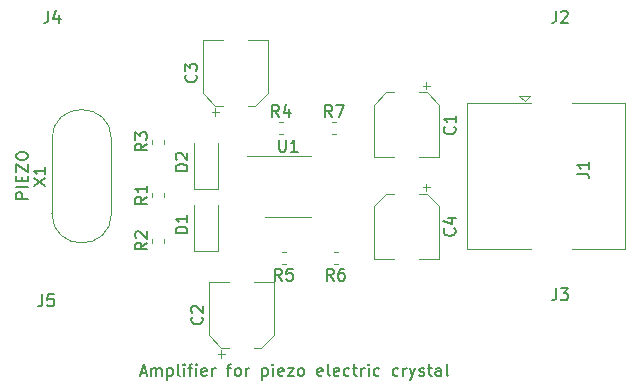
<source format=gbr>
%TF.GenerationSoftware,KiCad,Pcbnew,5.1.6-c6e7f7d~87~ubuntu20.04.1*%
%TF.CreationDate,2020-07-28T11:23:38+02:00*%
%TF.ProjectId,piezo,7069657a-6f2e-46b6-9963-61645f706362,rev?*%
%TF.SameCoordinates,Original*%
%TF.FileFunction,Legend,Top*%
%TF.FilePolarity,Positive*%
%FSLAX46Y46*%
G04 Gerber Fmt 4.6, Leading zero omitted, Abs format (unit mm)*
G04 Created by KiCad (PCBNEW 5.1.6-c6e7f7d~87~ubuntu20.04.1) date 2020-07-28 11:23:38*
%MOMM*%
%LPD*%
G01*
G04 APERTURE LIST*
%ADD10C,0.150000*%
%ADD11C,0.120000*%
G04 APERTURE END LIST*
D10*
X110000000Y-148666666D02*
X110476190Y-148666666D01*
X109904761Y-148952380D02*
X110238095Y-147952380D01*
X110571428Y-148952380D01*
X110904761Y-148952380D02*
X110904761Y-148285714D01*
X110904761Y-148380952D02*
X110952380Y-148333333D01*
X111047619Y-148285714D01*
X111190476Y-148285714D01*
X111285714Y-148333333D01*
X111333333Y-148428571D01*
X111333333Y-148952380D01*
X111333333Y-148428571D02*
X111380952Y-148333333D01*
X111476190Y-148285714D01*
X111619047Y-148285714D01*
X111714285Y-148333333D01*
X111761904Y-148428571D01*
X111761904Y-148952380D01*
X112238095Y-148285714D02*
X112238095Y-149285714D01*
X112238095Y-148333333D02*
X112333333Y-148285714D01*
X112523809Y-148285714D01*
X112619047Y-148333333D01*
X112666666Y-148380952D01*
X112714285Y-148476190D01*
X112714285Y-148761904D01*
X112666666Y-148857142D01*
X112619047Y-148904761D01*
X112523809Y-148952380D01*
X112333333Y-148952380D01*
X112238095Y-148904761D01*
X113285714Y-148952380D02*
X113190476Y-148904761D01*
X113142857Y-148809523D01*
X113142857Y-147952380D01*
X113666666Y-148952380D02*
X113666666Y-148285714D01*
X113666666Y-147952380D02*
X113619047Y-148000000D01*
X113666666Y-148047619D01*
X113714285Y-148000000D01*
X113666666Y-147952380D01*
X113666666Y-148047619D01*
X114000000Y-148285714D02*
X114380952Y-148285714D01*
X114142857Y-148952380D02*
X114142857Y-148095238D01*
X114190476Y-148000000D01*
X114285714Y-147952380D01*
X114380952Y-147952380D01*
X114714285Y-148952380D02*
X114714285Y-148285714D01*
X114714285Y-147952380D02*
X114666666Y-148000000D01*
X114714285Y-148047619D01*
X114761904Y-148000000D01*
X114714285Y-147952380D01*
X114714285Y-148047619D01*
X115571428Y-148904761D02*
X115476190Y-148952380D01*
X115285714Y-148952380D01*
X115190476Y-148904761D01*
X115142857Y-148809523D01*
X115142857Y-148428571D01*
X115190476Y-148333333D01*
X115285714Y-148285714D01*
X115476190Y-148285714D01*
X115571428Y-148333333D01*
X115619047Y-148428571D01*
X115619047Y-148523809D01*
X115142857Y-148619047D01*
X116047619Y-148952380D02*
X116047619Y-148285714D01*
X116047619Y-148476190D02*
X116095238Y-148380952D01*
X116142857Y-148333333D01*
X116238095Y-148285714D01*
X116333333Y-148285714D01*
X117285714Y-148285714D02*
X117666666Y-148285714D01*
X117428571Y-148952380D02*
X117428571Y-148095238D01*
X117476190Y-148000000D01*
X117571428Y-147952380D01*
X117666666Y-147952380D01*
X118142857Y-148952380D02*
X118047619Y-148904761D01*
X118000000Y-148857142D01*
X117952380Y-148761904D01*
X117952380Y-148476190D01*
X118000000Y-148380952D01*
X118047619Y-148333333D01*
X118142857Y-148285714D01*
X118285714Y-148285714D01*
X118380952Y-148333333D01*
X118428571Y-148380952D01*
X118476190Y-148476190D01*
X118476190Y-148761904D01*
X118428571Y-148857142D01*
X118380952Y-148904761D01*
X118285714Y-148952380D01*
X118142857Y-148952380D01*
X118904761Y-148952380D02*
X118904761Y-148285714D01*
X118904761Y-148476190D02*
X118952380Y-148380952D01*
X119000000Y-148333333D01*
X119095238Y-148285714D01*
X119190476Y-148285714D01*
X120285714Y-148285714D02*
X120285714Y-149285714D01*
X120285714Y-148333333D02*
X120380952Y-148285714D01*
X120571428Y-148285714D01*
X120666666Y-148333333D01*
X120714285Y-148380952D01*
X120761904Y-148476190D01*
X120761904Y-148761904D01*
X120714285Y-148857142D01*
X120666666Y-148904761D01*
X120571428Y-148952380D01*
X120380952Y-148952380D01*
X120285714Y-148904761D01*
X121190476Y-148952380D02*
X121190476Y-148285714D01*
X121190476Y-147952380D02*
X121142857Y-148000000D01*
X121190476Y-148047619D01*
X121238095Y-148000000D01*
X121190476Y-147952380D01*
X121190476Y-148047619D01*
X122047619Y-148904761D02*
X121952380Y-148952380D01*
X121761904Y-148952380D01*
X121666666Y-148904761D01*
X121619047Y-148809523D01*
X121619047Y-148428571D01*
X121666666Y-148333333D01*
X121761904Y-148285714D01*
X121952380Y-148285714D01*
X122047619Y-148333333D01*
X122095238Y-148428571D01*
X122095238Y-148523809D01*
X121619047Y-148619047D01*
X122428571Y-148285714D02*
X122952380Y-148285714D01*
X122428571Y-148952380D01*
X122952380Y-148952380D01*
X123476190Y-148952380D02*
X123380952Y-148904761D01*
X123333333Y-148857142D01*
X123285714Y-148761904D01*
X123285714Y-148476190D01*
X123333333Y-148380952D01*
X123380952Y-148333333D01*
X123476190Y-148285714D01*
X123619047Y-148285714D01*
X123714285Y-148333333D01*
X123761904Y-148380952D01*
X123809523Y-148476190D01*
X123809523Y-148761904D01*
X123761904Y-148857142D01*
X123714285Y-148904761D01*
X123619047Y-148952380D01*
X123476190Y-148952380D01*
X125380952Y-148904761D02*
X125285714Y-148952380D01*
X125095238Y-148952380D01*
X125000000Y-148904761D01*
X124952380Y-148809523D01*
X124952380Y-148428571D01*
X125000000Y-148333333D01*
X125095238Y-148285714D01*
X125285714Y-148285714D01*
X125380952Y-148333333D01*
X125428571Y-148428571D01*
X125428571Y-148523809D01*
X124952380Y-148619047D01*
X126000000Y-148952380D02*
X125904761Y-148904761D01*
X125857142Y-148809523D01*
X125857142Y-147952380D01*
X126761904Y-148904761D02*
X126666666Y-148952380D01*
X126476190Y-148952380D01*
X126380952Y-148904761D01*
X126333333Y-148809523D01*
X126333333Y-148428571D01*
X126380952Y-148333333D01*
X126476190Y-148285714D01*
X126666666Y-148285714D01*
X126761904Y-148333333D01*
X126809523Y-148428571D01*
X126809523Y-148523809D01*
X126333333Y-148619047D01*
X127666666Y-148904761D02*
X127571428Y-148952380D01*
X127380952Y-148952380D01*
X127285714Y-148904761D01*
X127238095Y-148857142D01*
X127190476Y-148761904D01*
X127190476Y-148476190D01*
X127238095Y-148380952D01*
X127285714Y-148333333D01*
X127380952Y-148285714D01*
X127571428Y-148285714D01*
X127666666Y-148333333D01*
X127952380Y-148285714D02*
X128333333Y-148285714D01*
X128095238Y-147952380D02*
X128095238Y-148809523D01*
X128142857Y-148904761D01*
X128238095Y-148952380D01*
X128333333Y-148952380D01*
X128666666Y-148952380D02*
X128666666Y-148285714D01*
X128666666Y-148476190D02*
X128714285Y-148380952D01*
X128761904Y-148333333D01*
X128857142Y-148285714D01*
X128952380Y-148285714D01*
X129285714Y-148952380D02*
X129285714Y-148285714D01*
X129285714Y-147952380D02*
X129238095Y-148000000D01*
X129285714Y-148047619D01*
X129333333Y-148000000D01*
X129285714Y-147952380D01*
X129285714Y-148047619D01*
X130190476Y-148904761D02*
X130095238Y-148952380D01*
X129904761Y-148952380D01*
X129809523Y-148904761D01*
X129761904Y-148857142D01*
X129714285Y-148761904D01*
X129714285Y-148476190D01*
X129761904Y-148380952D01*
X129809523Y-148333333D01*
X129904761Y-148285714D01*
X130095238Y-148285714D01*
X130190476Y-148333333D01*
X131809523Y-148904761D02*
X131714285Y-148952380D01*
X131523809Y-148952380D01*
X131428571Y-148904761D01*
X131380952Y-148857142D01*
X131333333Y-148761904D01*
X131333333Y-148476190D01*
X131380952Y-148380952D01*
X131428571Y-148333333D01*
X131523809Y-148285714D01*
X131714285Y-148285714D01*
X131809523Y-148333333D01*
X132238095Y-148952380D02*
X132238095Y-148285714D01*
X132238095Y-148476190D02*
X132285714Y-148380952D01*
X132333333Y-148333333D01*
X132428571Y-148285714D01*
X132523809Y-148285714D01*
X132761904Y-148285714D02*
X133000000Y-148952380D01*
X133238095Y-148285714D02*
X133000000Y-148952380D01*
X132904761Y-149190476D01*
X132857142Y-149238095D01*
X132761904Y-149285714D01*
X133571428Y-148904761D02*
X133666666Y-148952380D01*
X133857142Y-148952380D01*
X133952380Y-148904761D01*
X134000000Y-148809523D01*
X134000000Y-148761904D01*
X133952380Y-148666666D01*
X133857142Y-148619047D01*
X133714285Y-148619047D01*
X133619047Y-148571428D01*
X133571428Y-148476190D01*
X133571428Y-148428571D01*
X133619047Y-148333333D01*
X133714285Y-148285714D01*
X133857142Y-148285714D01*
X133952380Y-148333333D01*
X134285714Y-148285714D02*
X134666666Y-148285714D01*
X134428571Y-147952380D02*
X134428571Y-148809523D01*
X134476190Y-148904761D01*
X134571428Y-148952380D01*
X134666666Y-148952380D01*
X135428571Y-148952380D02*
X135428571Y-148428571D01*
X135380952Y-148333333D01*
X135285714Y-148285714D01*
X135095238Y-148285714D01*
X135000000Y-148333333D01*
X135428571Y-148904761D02*
X135333333Y-148952380D01*
X135095238Y-148952380D01*
X135000000Y-148904761D01*
X134952380Y-148809523D01*
X134952380Y-148714285D01*
X135000000Y-148619047D01*
X135095238Y-148571428D01*
X135333333Y-148571428D01*
X135428571Y-148523809D01*
X136047619Y-148952380D02*
X135952380Y-148904761D01*
X135904761Y-148809523D01*
X135904761Y-147952380D01*
X100452380Y-133952380D02*
X99452380Y-133952380D01*
X99452380Y-133571428D01*
X99500000Y-133476190D01*
X99547619Y-133428571D01*
X99642857Y-133380952D01*
X99785714Y-133380952D01*
X99880952Y-133428571D01*
X99928571Y-133476190D01*
X99976190Y-133571428D01*
X99976190Y-133952380D01*
X100452380Y-132952380D02*
X99452380Y-132952380D01*
X99928571Y-132476190D02*
X99928571Y-132142857D01*
X100452380Y-132000000D02*
X100452380Y-132476190D01*
X99452380Y-132476190D01*
X99452380Y-132000000D01*
X99452380Y-131666666D02*
X99452380Y-131000000D01*
X100452380Y-131666666D01*
X100452380Y-131000000D01*
X99452380Y-130428571D02*
X99452380Y-130238095D01*
X99500000Y-130142857D01*
X99595238Y-130047619D01*
X99785714Y-130000000D01*
X100119047Y-130000000D01*
X100309523Y-130047619D01*
X100404761Y-130142857D01*
X100452380Y-130238095D01*
X100452380Y-130428571D01*
X100404761Y-130523809D01*
X100309523Y-130619047D01*
X100119047Y-130666666D01*
X99785714Y-130666666D01*
X99595238Y-130619047D01*
X99500000Y-130523809D01*
X99452380Y-130428571D01*
D11*
%TO.C,C1*%
X134497500Y-124387500D02*
X133872500Y-124387500D01*
X134185000Y-124075000D02*
X134185000Y-124700000D01*
X130804437Y-124940000D02*
X129740000Y-126004437D01*
X134195563Y-124940000D02*
X135260000Y-126004437D01*
X134195563Y-124940000D02*
X133560000Y-124940000D01*
X130804437Y-124940000D02*
X131440000Y-124940000D01*
X129740000Y-126004437D02*
X129740000Y-130460000D01*
X135260000Y-126004437D02*
X135260000Y-130460000D01*
X135260000Y-130460000D02*
X133560000Y-130460000D01*
X129740000Y-130460000D02*
X131440000Y-130460000D01*
%TO.C,C2*%
X116502500Y-147112500D02*
X117127500Y-147112500D01*
X116815000Y-147425000D02*
X116815000Y-146800000D01*
X120195563Y-146560000D02*
X121260000Y-145495563D01*
X116804437Y-146560000D02*
X115740000Y-145495563D01*
X116804437Y-146560000D02*
X117440000Y-146560000D01*
X120195563Y-146560000D02*
X119560000Y-146560000D01*
X121260000Y-145495563D02*
X121260000Y-141040000D01*
X115740000Y-145495563D02*
X115740000Y-141040000D01*
X115740000Y-141040000D02*
X117440000Y-141040000D01*
X121260000Y-141040000D02*
X119560000Y-141040000D01*
%TO.C,C3*%
X120760000Y-120540000D02*
X119060000Y-120540000D01*
X115240000Y-120540000D02*
X116940000Y-120540000D01*
X115240000Y-124995563D02*
X115240000Y-120540000D01*
X120760000Y-124995563D02*
X120760000Y-120540000D01*
X119695563Y-126060000D02*
X119060000Y-126060000D01*
X116304437Y-126060000D02*
X116940000Y-126060000D01*
X116304437Y-126060000D02*
X115240000Y-124995563D01*
X119695563Y-126060000D02*
X120760000Y-124995563D01*
X116315000Y-126925000D02*
X116315000Y-126300000D01*
X116002500Y-126612500D02*
X116627500Y-126612500D01*
%TO.C,C4*%
X129740000Y-139060000D02*
X131440000Y-139060000D01*
X135260000Y-139060000D02*
X133560000Y-139060000D01*
X135260000Y-134604437D02*
X135260000Y-139060000D01*
X129740000Y-134604437D02*
X129740000Y-139060000D01*
X130804437Y-133540000D02*
X131440000Y-133540000D01*
X134195563Y-133540000D02*
X133560000Y-133540000D01*
X134195563Y-133540000D02*
X135260000Y-134604437D01*
X130804437Y-133540000D02*
X129740000Y-134604437D01*
X134185000Y-132675000D02*
X134185000Y-133300000D01*
X134497500Y-132987500D02*
X133872500Y-132987500D01*
%TO.C,U1*%
X122475000Y-135465000D02*
X124425000Y-135465000D01*
X122475000Y-135465000D02*
X120525000Y-135465000D01*
X122475000Y-130345000D02*
X124425000Y-130345000D01*
X122475000Y-130345000D02*
X119025000Y-130345000D01*
%TO.C,X1*%
X102475000Y-135175000D02*
X102475000Y-128925000D01*
X107525000Y-135175000D02*
X107525000Y-128925000D01*
X107525000Y-135175000D02*
G75*
G02*
X102475000Y-135175000I-2525000J0D01*
G01*
X107525000Y-128925000D02*
G75*
G03*
X102475000Y-128925000I-2525000J0D01*
G01*
%TO.C,R4*%
X121703733Y-128510000D02*
X122046267Y-128510000D01*
X121703733Y-127490000D02*
X122046267Y-127490000D01*
%TO.C,R1*%
X110990000Y-133796267D02*
X110990000Y-133453733D01*
X112010000Y-133796267D02*
X112010000Y-133453733D01*
%TO.C,R2*%
X110990000Y-137671267D02*
X110990000Y-137328733D01*
X112010000Y-137671267D02*
X112010000Y-137328733D01*
%TO.C,R3*%
X112010000Y-129296267D02*
X112010000Y-128953733D01*
X110990000Y-129296267D02*
X110990000Y-128953733D01*
%TO.C,R5*%
X122296267Y-139510000D02*
X121953733Y-139510000D01*
X122296267Y-138490000D02*
X121953733Y-138490000D01*
%TO.C,R6*%
X126671267Y-138490000D02*
X126328733Y-138490000D01*
X126671267Y-139510000D02*
X126328733Y-139510000D01*
%TO.C,R7*%
X126203733Y-127490000D02*
X126546267Y-127490000D01*
X126203733Y-128510000D02*
X126546267Y-128510000D01*
%TO.C,J1*%
X142000000Y-125220000D02*
X143000000Y-125220000D01*
X142500000Y-125720000D02*
X142000000Y-125220000D01*
X143000000Y-125220000D02*
X142500000Y-125720000D01*
X143070000Y-138230000D02*
X137600000Y-138230000D01*
X151000000Y-138230000D02*
X146530000Y-138230000D01*
X151000000Y-125830000D02*
X151000000Y-138230000D01*
X151000000Y-125830000D02*
X146530000Y-125830000D01*
X137600000Y-125830000D02*
X143070000Y-125830000D01*
X137600000Y-138230000D02*
X137600000Y-125830000D01*
%TO.C,D1*%
X114500000Y-138400000D02*
X114500000Y-134500000D01*
X116500000Y-138400000D02*
X116500000Y-134500000D01*
X114500000Y-138400000D02*
X116500000Y-138400000D01*
%TO.C,D2*%
X114500000Y-133100000D02*
X116500000Y-133100000D01*
X116500000Y-133100000D02*
X116500000Y-129200000D01*
X114500000Y-133100000D02*
X114500000Y-129200000D01*
%TO.C,C1*%
D10*
X136557142Y-127866666D02*
X136604761Y-127914285D01*
X136652380Y-128057142D01*
X136652380Y-128152380D01*
X136604761Y-128295238D01*
X136509523Y-128390476D01*
X136414285Y-128438095D01*
X136223809Y-128485714D01*
X136080952Y-128485714D01*
X135890476Y-128438095D01*
X135795238Y-128390476D01*
X135700000Y-128295238D01*
X135652380Y-128152380D01*
X135652380Y-128057142D01*
X135700000Y-127914285D01*
X135747619Y-127866666D01*
X136652380Y-126914285D02*
X136652380Y-127485714D01*
X136652380Y-127200000D02*
X135652380Y-127200000D01*
X135795238Y-127295238D01*
X135890476Y-127390476D01*
X135938095Y-127485714D01*
%TO.C,C2*%
X115157142Y-143966666D02*
X115204761Y-144014285D01*
X115252380Y-144157142D01*
X115252380Y-144252380D01*
X115204761Y-144395238D01*
X115109523Y-144490476D01*
X115014285Y-144538095D01*
X114823809Y-144585714D01*
X114680952Y-144585714D01*
X114490476Y-144538095D01*
X114395238Y-144490476D01*
X114300000Y-144395238D01*
X114252380Y-144252380D01*
X114252380Y-144157142D01*
X114300000Y-144014285D01*
X114347619Y-143966666D01*
X114347619Y-143585714D02*
X114300000Y-143538095D01*
X114252380Y-143442857D01*
X114252380Y-143204761D01*
X114300000Y-143109523D01*
X114347619Y-143061904D01*
X114442857Y-143014285D01*
X114538095Y-143014285D01*
X114680952Y-143061904D01*
X115252380Y-143633333D01*
X115252380Y-143014285D01*
%TO.C,C3*%
X114657142Y-123466666D02*
X114704761Y-123514285D01*
X114752380Y-123657142D01*
X114752380Y-123752380D01*
X114704761Y-123895238D01*
X114609523Y-123990476D01*
X114514285Y-124038095D01*
X114323809Y-124085714D01*
X114180952Y-124085714D01*
X113990476Y-124038095D01*
X113895238Y-123990476D01*
X113800000Y-123895238D01*
X113752380Y-123752380D01*
X113752380Y-123657142D01*
X113800000Y-123514285D01*
X113847619Y-123466666D01*
X113752380Y-123133333D02*
X113752380Y-122514285D01*
X114133333Y-122847619D01*
X114133333Y-122704761D01*
X114180952Y-122609523D01*
X114228571Y-122561904D01*
X114323809Y-122514285D01*
X114561904Y-122514285D01*
X114657142Y-122561904D01*
X114704761Y-122609523D01*
X114752380Y-122704761D01*
X114752380Y-122990476D01*
X114704761Y-123085714D01*
X114657142Y-123133333D01*
%TO.C,C4*%
X136557142Y-136466666D02*
X136604761Y-136514285D01*
X136652380Y-136657142D01*
X136652380Y-136752380D01*
X136604761Y-136895238D01*
X136509523Y-136990476D01*
X136414285Y-137038095D01*
X136223809Y-137085714D01*
X136080952Y-137085714D01*
X135890476Y-137038095D01*
X135795238Y-136990476D01*
X135700000Y-136895238D01*
X135652380Y-136752380D01*
X135652380Y-136657142D01*
X135700000Y-136514285D01*
X135747619Y-136466666D01*
X135985714Y-135609523D02*
X136652380Y-135609523D01*
X135604761Y-135847619D02*
X136319047Y-136085714D01*
X136319047Y-135466666D01*
%TO.C,U1*%
X121713095Y-128957380D02*
X121713095Y-129766904D01*
X121760714Y-129862142D01*
X121808333Y-129909761D01*
X121903571Y-129957380D01*
X122094047Y-129957380D01*
X122189285Y-129909761D01*
X122236904Y-129862142D01*
X122284523Y-129766904D01*
X122284523Y-128957380D01*
X123284523Y-129957380D02*
X122713095Y-129957380D01*
X122998809Y-129957380D02*
X122998809Y-128957380D01*
X122903571Y-129100238D01*
X122808333Y-129195476D01*
X122713095Y-129243095D01*
%TO.C,X1*%
X100927380Y-132859523D02*
X101927380Y-132192857D01*
X100927380Y-132192857D02*
X101927380Y-132859523D01*
X101927380Y-131288095D02*
X101927380Y-131859523D01*
X101927380Y-131573809D02*
X100927380Y-131573809D01*
X101070238Y-131669047D01*
X101165476Y-131764285D01*
X101213095Y-131859523D01*
%TO.C,R4*%
X121708333Y-127022380D02*
X121375000Y-126546190D01*
X121136904Y-127022380D02*
X121136904Y-126022380D01*
X121517857Y-126022380D01*
X121613095Y-126070000D01*
X121660714Y-126117619D01*
X121708333Y-126212857D01*
X121708333Y-126355714D01*
X121660714Y-126450952D01*
X121613095Y-126498571D01*
X121517857Y-126546190D01*
X121136904Y-126546190D01*
X122565476Y-126355714D02*
X122565476Y-127022380D01*
X122327380Y-125974761D02*
X122089285Y-126689047D01*
X122708333Y-126689047D01*
%TO.C,R1*%
X110522380Y-133791666D02*
X110046190Y-134125000D01*
X110522380Y-134363095D02*
X109522380Y-134363095D01*
X109522380Y-133982142D01*
X109570000Y-133886904D01*
X109617619Y-133839285D01*
X109712857Y-133791666D01*
X109855714Y-133791666D01*
X109950952Y-133839285D01*
X109998571Y-133886904D01*
X110046190Y-133982142D01*
X110046190Y-134363095D01*
X110522380Y-132839285D02*
X110522380Y-133410714D01*
X110522380Y-133125000D02*
X109522380Y-133125000D01*
X109665238Y-133220238D01*
X109760476Y-133315476D01*
X109808095Y-133410714D01*
%TO.C,R2*%
X110522380Y-137666666D02*
X110046190Y-138000000D01*
X110522380Y-138238095D02*
X109522380Y-138238095D01*
X109522380Y-137857142D01*
X109570000Y-137761904D01*
X109617619Y-137714285D01*
X109712857Y-137666666D01*
X109855714Y-137666666D01*
X109950952Y-137714285D01*
X109998571Y-137761904D01*
X110046190Y-137857142D01*
X110046190Y-138238095D01*
X109617619Y-137285714D02*
X109570000Y-137238095D01*
X109522380Y-137142857D01*
X109522380Y-136904761D01*
X109570000Y-136809523D01*
X109617619Y-136761904D01*
X109712857Y-136714285D01*
X109808095Y-136714285D01*
X109950952Y-136761904D01*
X110522380Y-137333333D01*
X110522380Y-136714285D01*
%TO.C,R3*%
X110522380Y-129291666D02*
X110046190Y-129625000D01*
X110522380Y-129863095D02*
X109522380Y-129863095D01*
X109522380Y-129482142D01*
X109570000Y-129386904D01*
X109617619Y-129339285D01*
X109712857Y-129291666D01*
X109855714Y-129291666D01*
X109950952Y-129339285D01*
X109998571Y-129386904D01*
X110046190Y-129482142D01*
X110046190Y-129863095D01*
X109522380Y-128958333D02*
X109522380Y-128339285D01*
X109903333Y-128672619D01*
X109903333Y-128529761D01*
X109950952Y-128434523D01*
X109998571Y-128386904D01*
X110093809Y-128339285D01*
X110331904Y-128339285D01*
X110427142Y-128386904D01*
X110474761Y-128434523D01*
X110522380Y-128529761D01*
X110522380Y-128815476D01*
X110474761Y-128910714D01*
X110427142Y-128958333D01*
%TO.C,R5*%
X121958333Y-140882380D02*
X121625000Y-140406190D01*
X121386904Y-140882380D02*
X121386904Y-139882380D01*
X121767857Y-139882380D01*
X121863095Y-139930000D01*
X121910714Y-139977619D01*
X121958333Y-140072857D01*
X121958333Y-140215714D01*
X121910714Y-140310952D01*
X121863095Y-140358571D01*
X121767857Y-140406190D01*
X121386904Y-140406190D01*
X122863095Y-139882380D02*
X122386904Y-139882380D01*
X122339285Y-140358571D01*
X122386904Y-140310952D01*
X122482142Y-140263333D01*
X122720238Y-140263333D01*
X122815476Y-140310952D01*
X122863095Y-140358571D01*
X122910714Y-140453809D01*
X122910714Y-140691904D01*
X122863095Y-140787142D01*
X122815476Y-140834761D01*
X122720238Y-140882380D01*
X122482142Y-140882380D01*
X122386904Y-140834761D01*
X122339285Y-140787142D01*
%TO.C,R6*%
X126333333Y-140882380D02*
X126000000Y-140406190D01*
X125761904Y-140882380D02*
X125761904Y-139882380D01*
X126142857Y-139882380D01*
X126238095Y-139930000D01*
X126285714Y-139977619D01*
X126333333Y-140072857D01*
X126333333Y-140215714D01*
X126285714Y-140310952D01*
X126238095Y-140358571D01*
X126142857Y-140406190D01*
X125761904Y-140406190D01*
X127190476Y-139882380D02*
X127000000Y-139882380D01*
X126904761Y-139930000D01*
X126857142Y-139977619D01*
X126761904Y-140120476D01*
X126714285Y-140310952D01*
X126714285Y-140691904D01*
X126761904Y-140787142D01*
X126809523Y-140834761D01*
X126904761Y-140882380D01*
X127095238Y-140882380D01*
X127190476Y-140834761D01*
X127238095Y-140787142D01*
X127285714Y-140691904D01*
X127285714Y-140453809D01*
X127238095Y-140358571D01*
X127190476Y-140310952D01*
X127095238Y-140263333D01*
X126904761Y-140263333D01*
X126809523Y-140310952D01*
X126761904Y-140358571D01*
X126714285Y-140453809D01*
%TO.C,R7*%
X126208333Y-127022380D02*
X125875000Y-126546190D01*
X125636904Y-127022380D02*
X125636904Y-126022380D01*
X126017857Y-126022380D01*
X126113095Y-126070000D01*
X126160714Y-126117619D01*
X126208333Y-126212857D01*
X126208333Y-126355714D01*
X126160714Y-126450952D01*
X126113095Y-126498571D01*
X126017857Y-126546190D01*
X125636904Y-126546190D01*
X126541666Y-126022380D02*
X127208333Y-126022380D01*
X126779761Y-127022380D01*
%TO.C,J1*%
X146952380Y-131833333D02*
X147666666Y-131833333D01*
X147809523Y-131880952D01*
X147904761Y-131976190D01*
X147952380Y-132119047D01*
X147952380Y-132214285D01*
X147952380Y-130833333D02*
X147952380Y-131404761D01*
X147952380Y-131119047D02*
X146952380Y-131119047D01*
X147095238Y-131214285D01*
X147190476Y-131309523D01*
X147238095Y-131404761D01*
%TO.C,D1*%
X113952380Y-136888095D02*
X112952380Y-136888095D01*
X112952380Y-136650000D01*
X113000000Y-136507142D01*
X113095238Y-136411904D01*
X113190476Y-136364285D01*
X113380952Y-136316666D01*
X113523809Y-136316666D01*
X113714285Y-136364285D01*
X113809523Y-136411904D01*
X113904761Y-136507142D01*
X113952380Y-136650000D01*
X113952380Y-136888095D01*
X113952380Y-135364285D02*
X113952380Y-135935714D01*
X113952380Y-135650000D02*
X112952380Y-135650000D01*
X113095238Y-135745238D01*
X113190476Y-135840476D01*
X113238095Y-135935714D01*
%TO.C,D2*%
X113952380Y-131588095D02*
X112952380Y-131588095D01*
X112952380Y-131350000D01*
X113000000Y-131207142D01*
X113095238Y-131111904D01*
X113190476Y-131064285D01*
X113380952Y-131016666D01*
X113523809Y-131016666D01*
X113714285Y-131064285D01*
X113809523Y-131111904D01*
X113904761Y-131207142D01*
X113952380Y-131350000D01*
X113952380Y-131588095D01*
X113047619Y-130635714D02*
X113000000Y-130588095D01*
X112952380Y-130492857D01*
X112952380Y-130254761D01*
X113000000Y-130159523D01*
X113047619Y-130111904D01*
X113142857Y-130064285D01*
X113238095Y-130064285D01*
X113380952Y-130111904D01*
X113952380Y-130683333D01*
X113952380Y-130064285D01*
%TO.C,J2*%
X145166666Y-118052380D02*
X145166666Y-118766666D01*
X145119047Y-118909523D01*
X145023809Y-119004761D01*
X144880952Y-119052380D01*
X144785714Y-119052380D01*
X145595238Y-118147619D02*
X145642857Y-118100000D01*
X145738095Y-118052380D01*
X145976190Y-118052380D01*
X146071428Y-118100000D01*
X146119047Y-118147619D01*
X146166666Y-118242857D01*
X146166666Y-118338095D01*
X146119047Y-118480952D01*
X145547619Y-119052380D01*
X146166666Y-119052380D01*
%TO.C,J3*%
X145166666Y-141552380D02*
X145166666Y-142266666D01*
X145119047Y-142409523D01*
X145023809Y-142504761D01*
X144880952Y-142552380D01*
X144785714Y-142552380D01*
X145547619Y-141552380D02*
X146166666Y-141552380D01*
X145833333Y-141933333D01*
X145976190Y-141933333D01*
X146071428Y-141980952D01*
X146119047Y-142028571D01*
X146166666Y-142123809D01*
X146166666Y-142361904D01*
X146119047Y-142457142D01*
X146071428Y-142504761D01*
X145976190Y-142552380D01*
X145690476Y-142552380D01*
X145595238Y-142504761D01*
X145547619Y-142457142D01*
%TO.C,J4*%
X102166666Y-118052380D02*
X102166666Y-118766666D01*
X102119047Y-118909523D01*
X102023809Y-119004761D01*
X101880952Y-119052380D01*
X101785714Y-119052380D01*
X103071428Y-118385714D02*
X103071428Y-119052380D01*
X102833333Y-118004761D02*
X102595238Y-118719047D01*
X103214285Y-118719047D01*
%TO.C,J5*%
X101666666Y-142052380D02*
X101666666Y-142766666D01*
X101619047Y-142909523D01*
X101523809Y-143004761D01*
X101380952Y-143052380D01*
X101285714Y-143052380D01*
X102619047Y-142052380D02*
X102142857Y-142052380D01*
X102095238Y-142528571D01*
X102142857Y-142480952D01*
X102238095Y-142433333D01*
X102476190Y-142433333D01*
X102571428Y-142480952D01*
X102619047Y-142528571D01*
X102666666Y-142623809D01*
X102666666Y-142861904D01*
X102619047Y-142957142D01*
X102571428Y-143004761D01*
X102476190Y-143052380D01*
X102238095Y-143052380D01*
X102142857Y-143004761D01*
X102095238Y-142957142D01*
%TD*%
M02*

</source>
